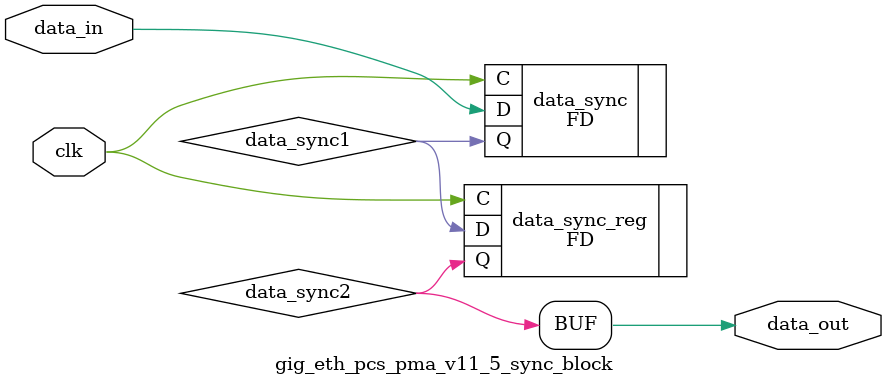
<source format=v>

`timescale 1ps / 1ps

module gig_eth_pcs_pma_v11_5_sync_block #(
  parameter INITIALISE = 2'b00
)
(
  input        clk,              // clock to be sync'ed to
  input        data_in,          // Data to be 'synced'
  output       data_out          // synced data
);

  // Internal Signals
  wire data_sync1;
  wire data_sync2;


  (* shreg_extract = "no", ASYNC_REG = "TRUE", RLOC = "X0Y0" *)
  FD #(
    .INIT (INITIALISE[0])
  ) data_sync (
    .C  (clk),
    .D  (data_in),
    .Q  (data_sync1)
  );


  (* shreg_extract = "no", RLOC = "X0Y0" *)
  FD #(
   .INIT (INITIALISE[1])
  ) data_sync_reg (
  .C  (clk),
  .D  (data_sync1),
  .Q  (data_sync2)
  );


  assign data_out = data_sync2;


endmodule



</source>
